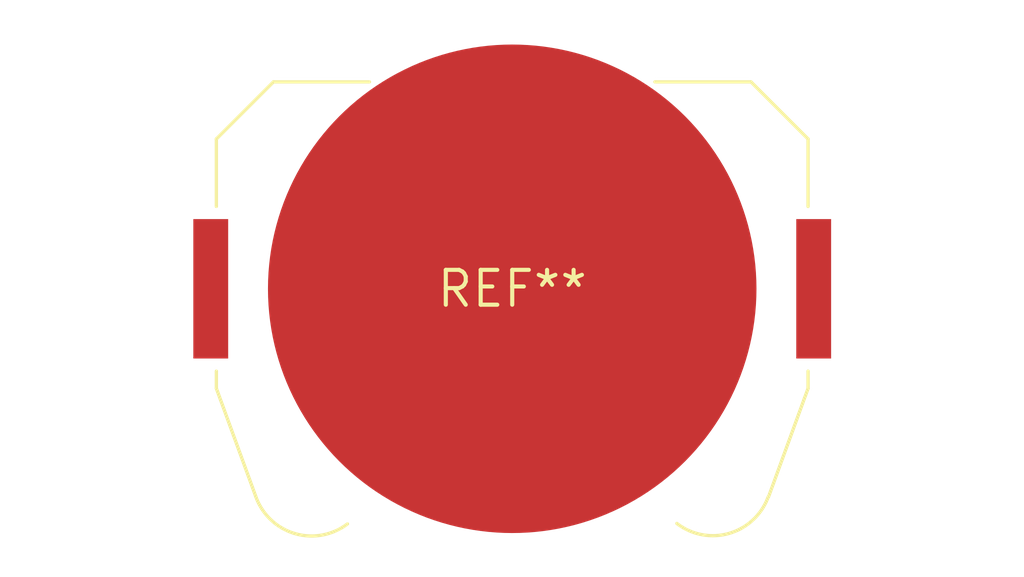
<source format=kicad_pcb>
(kicad_pcb (version 20240108) (generator pcbnew)
  (layers (0 "F.Cu" signal) (31 "B.Cu" signal) (34 "B.Paste" user) (35 "F.Paste" user) (36 "B.SilkS" user "B.Silkscreen") (37 "F.SilkS" user "F.Silkscreen") (38 "B.Mask" user) (39 "F.Mask" user) (44 "Edge.Cuts" user))
  (net 0 "")
  (footprint "BatteryHolder_Keystone_3034_1x20mm" (layer "F.Cu") (at 0 0)
    (property "Reference" "REF**")
    (property "Value" "BatteryHolder_Keystone_3034_1x20mm")
    (fp_line (start -10.78 -5.46) (end -10.78 -3) (layer "F.SilkS") (stroke (width 0.12)))
    (fp_line (start -10.78 3) (end -10.78 3.63) (layer "F.SilkS") (stroke (width 0.12)))
    (fp_line (start -10.78 3.63) (end -9.34 7.58) (layer "F.SilkS") (stroke (width 0.12)))
    (fp_line (start -8.7 -7.54) (end -10.78 -5.46) (layer "F.SilkS") (stroke (width 0.12)))
    (fp_line (start -5.2 -7.54) (end -8.7 -7.54) (layer "F.SilkS") (stroke (width 0.12)))
    (fp_line (start 8.7 -7.54) (end 5.2 -7.54) (layer "F.SilkS") (stroke (width 0.12)))
    (fp_line (start 8.7 -7.54) (end 10.78 -5.46) (layer "F.SilkS") (stroke (width 0.12)))
    (fp_line (start 10.78 -5.46) (end 10.78 -3) (layer "F.SilkS") (stroke (width 0.12)))
    (fp_line (start 10.78 3) (end 10.78 3.63) (layer "F.SilkS") (stroke (width 0.12)))
    (fp_line (start 10.78 3.63) (end 9.34 7.58) (layer "F.SilkS") (stroke (width 0.12)))
    (fp_arc (start -6.003354 8.56653) (mid -7.921654 8.918738) (end -9.34 7.58) (layer "F.SilkS") (stroke (width 0.12)))
    (fp_arc (start 9.325243 7.588169) (mid 7.90634 8.911668) (end 6 8.55) (layer "F.SilkS") (stroke (width 0.12)))
    (pad "1" smd rect (at -10.985 0) (size 1.27 5.08) (layers "F.Cu" "F.Paste" "F.Mask"))
    (pad "1" smd rect (at 10.985 0) (size 1.27 5.08) (layers "F.Cu" "F.Paste" "F.Mask"))
    (pad "2" smd circle (at 0 0) (size 17.8 17.8) (layers "F.Cu" "F.Mask"))
  )
)
</source>
